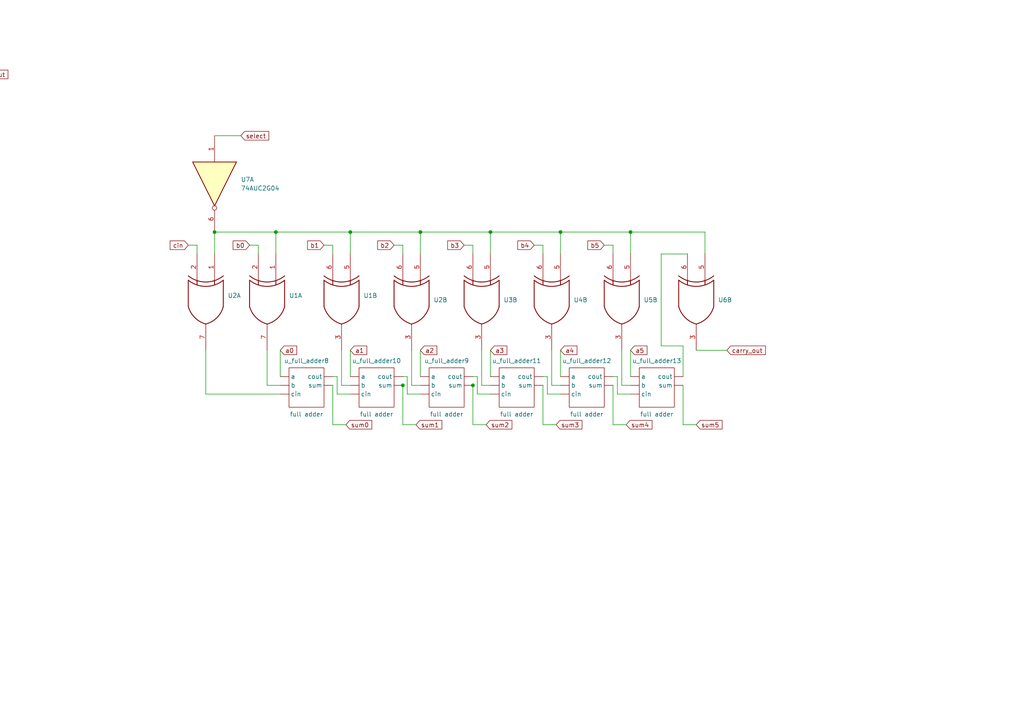
<source format=kicad_sch>
(kicad_sch (version 20250114) (generator "eeschema") (generator_version "9.0")
  (paper "A4")
  (title_block (title "full-adder-8bit"))
  (lib_symbols
    (symbol "74xGxx:74AUC2G04"
      (property "Reference" "U" (at -2.54 3.81 0))
      (property "Value" "74AUC2G04" (at 0 -3.81 0))
      (symbol "74AUC2G04_1_1"
        (polyline (pts (xy -7.62 6.35) (xy -7.62 -6.35) (xy 5.08 0) (xy -7.62 6.35)) (stroke (width 0.254)) (fill (type background)))
        (pin input line (at -15.24 0 0) (length 7.62) (name "~") (number "1"))
        (pin output inverted (at 12.7 0 180) (length 7.62) (name "~") (number "6"))
      )
      (symbol "74AUC2G04_2_1"
        (polyline (pts (xy -7.62 6.35) (xy -7.62 -6.35) (xy 5.08 0) (xy -7.62 6.35)) (stroke (width 0.254)) (fill (type background)))
        (pin input line (at -15.24 0 0) (length 7.62) (name "~") (number "3"))
        (pin output inverted (at 12.7 0 180) (length 7.62) (name "~") (number "4"))
      )
      (symbol "74AUC2G04_3_0"
        (rectangle (start -5.08 -5.08) (end 5.08 5.08) (stroke (width 0.254)) (fill (type background)))
      )
      (symbol "74AUC2G04_3_1"
        (pin power_in line (at 0 10.16 270) (length 5.08) (name "VCC") (number "5"))
        (pin power_in line (at 0 -10.16 90) (length 5.08) (name "GND") (number "2"))
      )
    )
    (symbol "74xGxx:74AUC2G86"
      (property "Reference" "U" (at -2.54 3.81 0))
      (property "Value" "74AUC2G86" (at 0 -3.81 0))
      (symbol "74AUC2G86_1_1"
        (arc (start -8.89 5.08) (mid -7.108 0) (end -8.89 -5.08) (stroke (width 0.254)))
        (arc (start -7.62 5.08) (mid -5.838 0) (end -7.62 -5.08) (stroke (width 0.254)))
        (polyline (pts (xy -7.62 2.54) (xy -6.35 2.54)) (stroke (width 0.254)) (fill (type background)))
        (polyline (pts (xy -7.62 -2.54) (xy -6.35 -2.54)) (stroke (width 0.254)) (fill (type background)))
        (arc (start 5.08 0) (mid 3.202 -3.202) (end 0 -5.08) (stroke (width 0.254)))
        (arc (start 0 5.08) (mid 3.2271 3.2271) (end 5.08 0) (stroke (width 0.254)))
        (polyline (pts (xy 0 5.08) (xy -7.62 5.08)) (stroke (width 0.254)) (fill (type background)))
        (polyline (pts (xy 0 -5.08) (xy -7.62 -5.08)) (stroke (width 0.254)) (fill (type background)))
        (pin input line (at -15.24 2.54 0) (length 7.62) (name "~") (number "1"))
        (pin input line (at -15.24 -2.54 0) (length 7.62) (name "~") (number "2"))
        (pin output line (at 12.7 0 180) (length 7.62) (name "~") (number "7"))
      )
      (symbol "74AUC2G86_2_1"
        (arc (start -8.89 5.08) (mid -7.108 0) (end -8.89 -5.08) (stroke (width 0.254)))
        (arc (start -7.62 5.08) (mid -5.838 0) (end -7.62 -5.08) (stroke (width 0.254)))
        (polyline (pts (xy -7.62 2.54) (xy -6.35 2.54)) (stroke (width 0.254)) (fill (type background)))
        (polyline (pts (xy -7.62 -2.54) (xy -6.35 -2.54)) (stroke (width 0.254)) (fill (type background)))
        (arc (start 5.08 0) (mid 3.202 -3.202) (end 0 -5.08) (stroke (width 0.254)))
        (arc (start 0 5.08) (mid 3.2271 3.2271) (end 5.08 0) (stroke (width 0.254)))
        (polyline (pts (xy 0 5.08) (xy -7.62 5.08)) (stroke (width 0.254)) (fill (type background)))
        (polyline (pts (xy 0 -5.08) (xy -7.62 -5.08)) (stroke (width 0.254)) (fill (type background)))
        (pin input line (at -15.24 2.54 0) (length 7.62) (name "~") (number "5"))
        (pin input line (at -15.24 -2.54 0) (length 7.62) (name "~") (number "6"))
        (pin output line (at 12.7 0 180) (length 7.62) (name "~") (number "3"))
      )
      (symbol "74AUC2G86_3_0"
        (rectangle (start -5.08 -5.08) (end 5.08 5.08) (stroke (width 0.254)) (fill (type background)))
      )
      (symbol "74AUC2G86_3_1"
        (pin power_in line (at 0 10.16 270) (length 5.08) (name "VCC") (number "8"))
        (pin power_in line (at 0 -10.16 90) (length 5.08) (name "GND") (number "4"))
      )
    )
    (symbol "adder:full_adder"
      (property "Reference" "u_full_adder" (at 0 1.524 0))
      (symbol "full_adder_0_1"
        (rectangle (start -5.08 0) (end 5.08 -11.43))
      )
      (symbol "full_adder_1_1"
        (pin input line (at -7.62 -2.54 0) (length 2.54) (name "a") (number ""))
        (pin input line (at -7.62 -5.08 0) (length 2.54) (name "b") (number ""))
        (pin input line (at -7.62 -7.62 0) (length 2.54) (name "cin") (number ""))
        (pin output line (at 7.62 -2.54 180) (length 2.54) (name "cout") (number ""))
        (pin output line (at 7.62 -5.08 180) (length 2.54) (name "sum") (number ""))
      )
    )
    (symbol "full_adder_1"
      (property "Reference" "u_full_adder" (at 0 1.524 0))
      (symbol "full_adder_1_0_1"
        (rectangle (start -5.08 0) (end 5.08 -11.43))
      )
      (symbol "full_adder_1_1_1"
        (pin input line (at -7.62 -2.54 0) (length 2.54) (name "a") (number ""))
        (pin input line (at -7.62 -5.08 0) (length 2.54) (name "b") (number ""))
        (pin input line (at -7.62 -7.62 0) (length 2.54) (name "cin") (number ""))
        (pin output line (at 7.62 -2.54 180) (length 2.54) (name "cout") (number ""))
        (pin output line (at 7.62 -5.08 180) (length 2.54) (name "sum") (number ""))
      )
    )
    (symbol "full_adder_10"
      (property "Reference" "u_full_adder" (at 0 1.524 0))
      (symbol "full_adder_10_0_1"
        (rectangle (start -5.08 0) (end 5.08 -11.43))
      )
      (symbol "full_adder_10_1_1"
        (pin input line (at -7.62 -2.54 0) (length 2.54) (name "a") (number ""))
        (pin input line (at -7.62 -5.08 0) (length 2.54) (name "b") (number ""))
        (pin input line (at -7.62 -7.62 0) (length 2.54) (name "cin") (number ""))
        (pin output line (at 7.62 -2.54 180) (length 2.54) (name "cout") (number ""))
        (pin output line (at 7.62 -5.08 180) (length 2.54) (name "sum") (number ""))
      )
    )
    (symbol "full_adder_11"
      (property "Reference" "u_full_adder" (at 0 1.524 0))
      (symbol "full_adder_11_0_1"
        (rectangle (start -5.08 0) (end 5.08 -11.43))
      )
      (symbol "full_adder_11_1_1"
        (pin input line (at -7.62 -2.54 0) (length 2.54) (name "a") (number ""))
        (pin input line (at -7.62 -5.08 0) (length 2.54) (name "b") (number ""))
        (pin input line (at -7.62 -7.62 0) (length 2.54) (name "cin") (number ""))
        (pin output line (at 7.62 -2.54 180) (length 2.54) (name "cout") (number ""))
        (pin output line (at 7.62 -5.08 180) (length 2.54) (name "sum") (number ""))
      )
    )
    (symbol "full_adder_12"
      (property "Reference" "u_full_adder" (at 0 1.524 0))
      (symbol "full_adder_12_0_1"
        (rectangle (start -5.08 0) (end 5.08 -11.43))
      )
      (symbol "full_adder_12_1_1"
        (pin input line (at -7.62 -2.54 0) (length 2.54) (name "a") (number ""))
        (pin input line (at -7.62 -5.08 0) (length 2.54) (name "b") (number ""))
        (pin input line (at -7.62 -7.62 0) (length 2.54) (name "cin") (number ""))
        (pin output line (at 7.62 -2.54 180) (length 2.54) (name "cout") (number ""))
        (pin output line (at 7.62 -5.08 180) (length 2.54) (name "sum") (number ""))
      )
    )
    (symbol "full_adder_13"
      (property "Reference" "u_full_adder" (at 0 1.524 0))
      (symbol "full_adder_13_0_1"
        (rectangle (start -5.08 0) (end 5.08 -11.43))
      )
      (symbol "full_adder_13_1_1"
        (pin input line (at -7.62 -2.54 0) (length 2.54) (name "a") (number ""))
        (pin input line (at -7.62 -5.08 0) (length 2.54) (name "b") (number ""))
        (pin input line (at -7.62 -7.62 0) (length 2.54) (name "cin") (number ""))
        (pin output line (at 7.62 -2.54 180) (length 2.54) (name "cout") (number ""))
        (pin output line (at 7.62 -5.08 180) (length 2.54) (name "sum") (number ""))
      )
    )
    (symbol "full_adder_2"
      (property "Reference" "u_full_adder" (at 0 1.524 0))
      (symbol "full_adder_2_0_1"
        (rectangle (start -5.08 0) (end 5.08 -11.43))
      )
      (symbol "full_adder_2_1_1"
        (pin input line (at -7.62 -2.54 0) (length 2.54) (name "a") (number ""))
        (pin input line (at -7.62 -5.08 0) (length 2.54) (name "b") (number ""))
        (pin input line (at -7.62 -7.62 0) (length 2.54) (name "cin") (number ""))
        (pin output line (at 7.62 -2.54 180) (length 2.54) (name "cout") (number ""))
        (pin output line (at 7.62 -5.08 180) (length 2.54) (name "sum") (number ""))
      )
    )
    (symbol "full_adder_3"
      (property "Reference" "u_full_adder" (at 0 1.524 0))
      (symbol "full_adder_3_0_1"
        (rectangle (start -5.08 0) (end 5.08 -11.43))
      )
      (symbol "full_adder_3_1_1"
        (pin input line (at -7.62 -2.54 0) (length 2.54) (name "a") (number ""))
        (pin input line (at -7.62 -5.08 0) (length 2.54) (name "b") (number ""))
        (pin input line (at -7.62 -7.62 0) (length 2.54) (name "cin") (number ""))
        (pin output line (at 7.62 -2.54 180) (length 2.54) (name "cout") (number ""))
        (pin output line (at 7.62 -5.08 180) (length 2.54) (name "sum") (number ""))
      )
    )
    (symbol "full_adder_4"
      (property "Reference" "u_full_adder" (at 0 1.524 0))
      (symbol "full_adder_4_0_1"
        (rectangle (start -5.08 0) (end 5.08 -11.43))
      )
      (symbol "full_adder_4_1_1"
        (pin input line (at -7.62 -2.54 0) (length 2.54) (name "a") (number ""))
        (pin input line (at -7.62 -5.08 0) (length 2.54) (name "b") (number ""))
        (pin input line (at -7.62 -7.62 0) (length 2.54) (name "cin") (number ""))
        (pin output line (at 7.62 -2.54 180) (length 2.54) (name "cout") (number ""))
        (pin output line (at 7.62 -5.08 180) (length 2.54) (name "sum") (number ""))
      )
    )
    (symbol "full_adder_5"
      (property "Reference" "u_full_adder" (at 0 1.524 0))
      (symbol "full_adder_5_0_1"
        (rectangle (start -5.08 0) (end 5.08 -11.43))
      )
      (symbol "full_adder_5_1_1"
        (pin input line (at -7.62 -2.54 0) (length 2.54) (name "a") (number ""))
        (pin input line (at -7.62 -5.08 0) (length 2.54) (name "b") (number ""))
        (pin input line (at -7.62 -7.62 0) (length 2.54) (name "cin") (number ""))
        (pin output line (at 7.62 -2.54 180) (length 2.54) (name "cout") (number ""))
        (pin output line (at 7.62 -5.08 180) (length 2.54) (name "sum") (number ""))
      )
    )
    (symbol "full_adder_6"
      (property "Reference" "u_full_adder" (at 0 1.524 0))
      (symbol "full_adder_6_0_1"
        (rectangle (start -5.08 0) (end 5.08 -11.43))
      )
      (symbol "full_adder_6_1_1"
        (pin input line (at -7.62 -2.54 0) (length 2.54) (name "a") (number ""))
        (pin input line (at -7.62 -5.08 0) (length 2.54) (name "b") (number ""))
        (pin input line (at -7.62 -7.62 0) (length 2.54) (name "cin") (number ""))
        (pin output line (at 7.62 -2.54 180) (length 2.54) (name "cout") (number ""))
        (pin output line (at 7.62 -5.08 180) (length 2.54) (name "sum") (number ""))
      )
    )
    (symbol "full_adder_7"
      (property "Reference" "u_full_adder" (at 0 1.524 0))
      (symbol "full_adder_7_0_1"
        (rectangle (start -5.08 0) (end 5.08 -11.43))
      )
      (symbol "full_adder_7_1_1"
        (pin input line (at -7.62 -2.54 0) (length 2.54) (name "a") (number ""))
        (pin input line (at -7.62 -5.08 0) (length 2.54) (name "b") (number ""))
        (pin input line (at -7.62 -7.62 0) (length 2.54) (name "cin") (number ""))
        (pin output line (at 7.62 -2.54 180) (length 2.54) (name "cout") (number ""))
        (pin output line (at 7.62 -5.08 180) (length 2.54) (name "sum") (number ""))
      )
    )
    (symbol "full_adder_8"
      (property "Reference" "u_full_adder" (at 0 1.524 0))
      (symbol "full_adder_8_0_1"
        (rectangle (start -5.08 0) (end 5.08 -11.43))
      )
      (symbol "full_adder_8_1_1"
        (pin input line (at -7.62 -2.54 0) (length 2.54) (name "a") (number ""))
        (pin input line (at -7.62 -5.08 0) (length 2.54) (name "b") (number ""))
        (pin input line (at -7.62 -7.62 0) (length 2.54) (name "cin") (number ""))
        (pin output line (at 7.62 -2.54 180) (length 2.54) (name "cout") (number ""))
        (pin output line (at 7.62 -5.08 180) (length 2.54) (name "sum") (number ""))
      )
    )
    (symbol "full_adder_9"
      (property "Reference" "u_full_adder" (at 0 1.524 0))
      (symbol "full_adder_9_0_1"
        (rectangle (start -5.08 0) (end 5.08 -11.43))
      )
      (symbol "full_adder_9_1_1"
        (pin input line (at -7.62 -2.54 0) (length 2.54) (name "a") (number ""))
        (pin input line (at -7.62 -5.08 0) (length 2.54) (name "b") (number ""))
        (pin input line (at -7.62 -7.62 0) (length 2.54) (name "cin") (number ""))
        (pin output line (at 7.62 -2.54 180) (length 2.54) (name "cout") (number ""))
        (pin output line (at 7.62 -5.08 180) (length 2.54) (name "sum") (number ""))
      )
    )
  )
  (rectangle (start -87.63 -52.07) (end -15.24 35.56))
  (text "8bit Adder" (at -52.578 -53.34 0) (effects (font (size 1.27 1.27))))
  (junction (at -54.61 3.81))
  (junction (at -82.55 -29.21))
  (junction (at -19.05 -17.78))
  (junction (at -48.26 1.27))
  (junction (at 62.23 67.31))
  (junction (at -80.01 1.27))
  (junction (at -82.55 16.51))
  (junction (at -82.55 -17.78))
  (junction (at 182.88 67.31))
  (junction (at -54.61 13.97))
  (junction (at -45.72 -17.78))
  (junction (at 116.84 111.76))
  (junction (at -80.01 -41.91))
  (junction (at -54.61 -17.78))
  (junction (at -48.26 -20.32))
  (junction (at 137.16 111.76))
  (junction (at 142.24 67.31))
  (junction (at -19.05 3.81))
  (junction (at 121.92 67.31))
  (junction (at -80.01 -20.32))
  (junction (at -82.55 3.81))
  (junction (at 101.6 67.31))
  (junction (at 162.56 67.31))
  (junction (at -45.72 16.51))
  (junction (at -48.26 -29.21))
  (junction (at -19.05 -39.37))
  (junction (at -45.72 3.81))
  (junction (at -19.05 13.97))
  (junction (at 80.01 67.31))
  (junction (at -80.01 -29.21))
  (wire (pts (xy -48.26 -20.32) (xy -41.91 -20.32)))
  (wire (pts (xy 116.84 111.76) (xy 116.84 123.1765)))
  (wire (pts (xy -80.01 -20.32) (xy -72.39 -20.32)))
  (wire (pts (xy 93.98 71.12) (xy 96.52 71.12)))
  (wire (pts (xy -95.25 -36.83) (xy -72.39 -36.83)))
  (wire (pts (xy 62.23 67.31) (xy 80.01 67.31)))
  (wire (pts (xy 201.93 101.6) (xy 210.82 101.6)))
  (wire (pts (xy 57.15 73.66) (xy 57.15 71.12)))
  (wire (pts (xy 137.16 109.22) (xy 138.43 109.22)))
  (wire (pts (xy 182.88 67.31) (xy 204.47 67.31)))
  (wire (pts (xy 138.43 109.22) (xy 138.43 114.3)))
  (wire (pts (xy -80.01 1.27) (xy -72.39 1.27)))
  (wire (pts (xy 101.6 67.31) (xy 101.6 73.66)))
  (wire (pts (xy -57.15 3.81) (xy -54.61 3.81)))
  (wire (pts (xy 99.06 101.6) (xy 99.06 111.76)))
  (wire (pts (xy 157.48 111.76) (xy 157.48 123.19)))
  (wire (pts (xy 118.11 109.22) (xy 118.11 114.3)))
  (wire (pts (xy 177.8 111.76) (xy 177.8 123.19)))
  (wire (pts (xy -57.15 -17.78) (xy -54.61 -17.78)))
  (wire (pts (xy 80.01 73.66) (xy 80.01 67.31)))
  (wire (pts (xy 182.88 67.31) (xy 182.88 73.66)))
  (wire (pts (xy -19.05 24.13) (xy -19.05 13.97)) (stroke (width 0.254)))
  (wire (pts (xy -26.67 24.13) (xy -19.05 24.13)))
  (wire (pts (xy -95.25 -41.91) (xy -80.01 -41.91)) (stroke (width 0.254)))
  (wire (pts (xy 198.12 100.33) (xy 191.77 100.33)))
  (wire (pts (xy -45.72 -39.37) (xy -41.91 -39.37)))
  (wire (pts (xy -54.61 13.97) (xy -54.61 25.4)) (stroke (width 0.254)))
  (wire (pts (xy 204.47 67.31) (xy 204.47 73.66)))
  (wire (pts (xy 182.88 101.6) (xy 182.88 109.22)))
  (wire (pts (xy -80.01 -41.91) (xy -80.01 -29.21)) (stroke (width 0.254)))
  (wire (pts (xy -19.05 -39.37) (xy -26.67 -39.37)))
  (wire (pts (xy -82.55 -39.37) (xy -72.39 -39.37)))
  (wire (pts (xy -82.55 3.81) (xy -72.39 3.81)))
  (wire (pts (xy 158.75 109.22) (xy 158.75 114.3)))
  (wire (pts (xy -95.25 -29.21) (xy -82.55 -29.21)) (stroke (width 0.254)))
  (wire (pts (xy -26.67 3.81) (xy -19.05 3.81)))
  (wire (pts (xy -26.67 21.59) (xy -8.89 21.59)))
  (wire (pts (xy -82.55 -39.37) (xy -82.55 -29.21)) (stroke (width 0.254)))
  (wire (pts (xy -54.61 13.97) (xy -19.05 13.97)) (stroke (width 0.254)))
  (wire (pts (xy 160.02 111.76) (xy 162.56 111.76)))
  (wire (pts (xy 119.38 101.6) (xy 119.38 111.76)))
  (wire (pts (xy 179.07 109.22) (xy 179.07 114.3)))
  (wire (pts (xy -45.72 16.51) (xy -45.72 24.13)) (stroke (width 0.254)))
  (wire (pts (xy 119.38 111.76) (xy 121.92 111.76)))
  (wire (pts (xy 101.6 101.6) (xy 101.6 109.22)))
  (wire (pts (xy 81.28 114.3) (xy 59.69 114.3)))
  (wire (pts (xy 80.01 67.31) (xy 101.6 67.31)))
  (wire (pts (xy -24.13 -41.91) (xy -24.13 -49.53)))
  (wire (pts (xy -77.47 -15.24) (xy -72.39 -15.24)))
  (wire (pts (xy 97.79 114.3) (xy 101.6 114.3)))
  (wire (pts (xy 116.84 123.1765) (xy 120.65 123.1765)))
  (wire (pts (xy 72.39 71.12) (xy 74.93 71.12)))
  (wire (pts (xy -45.72 24.13) (xy -41.91 24.13)))
  (wire (pts (xy 160.02 101.6) (xy 160.02 111.76)))
  (wire (pts (xy -57.15 1.27) (xy -50.8 1.27)))
  (wire (pts (xy 96.52 73.66) (xy 96.52 71.12)))
  (wire (pts (xy 116.84 73.66) (xy 116.84 71.12)))
  (wire (pts (xy 142.24 101.6) (xy 142.24 109.22)))
  (wire (pts (xy 62.23 73.66) (xy 62.23 67.31)))
  (wire (pts (xy -82.55 16.51) (xy -82.55 25.4)) (stroke (width 0.254)))
  (wire (pts (xy -54.61 3.81) (xy -54.61 -17.78)) (stroke (width 0.254)))
  (wire (pts (xy 121.92 67.31) (xy 121.92 73.66)))
  (wire (pts (xy 118.11 114.3) (xy 121.92 114.3)))
  (wire (pts (xy 96.52 109.22) (xy 97.79 109.22)))
  (wire (pts (xy -49.53 22.86) (xy -49.53 26.67)))
  (wire (pts (xy 101.6 67.31) (xy 121.92 67.31)))
  (wire (pts (xy -48.26 -29.21) (xy -48.26 -20.32)) (stroke (width 0.254)))
  (wire (pts (xy -80.01 -20.32) (xy -80.01 1.27)) (stroke (width 0.254)))
  (wire (pts (xy -73.66 -6.35) (xy -73.66 27.94)))
  (wire (pts (xy -22.86 1.27) (xy -22.86 -6.35)))
  (wire (pts (xy 114.3 71.12) (xy 116.84 71.12)))
  (wire (pts (xy 96.52 111.76) (xy 96.52 123.19)))
  (wire (pts (xy 137.16 123.1765) (xy 140.97 123.1765)))
  (wire (pts (xy -57.15 -20.32) (xy -50.8 -20.32)))
  (wire (pts (xy 191.77 100.33) (xy 191.77 73.66)))
  (wire (pts (xy 97.79 109.22) (xy 97.79 114.3)))
  (wire (pts (xy 180.34 111.76) (xy 182.88 111.76)))
  (wire (pts (xy -45.72 -17.78) (xy -41.91 -17.78)))
  (wire (pts (xy -22.86 -6.35) (xy -73.66 -6.35)))
  (wire (pts (xy 158.75 114.3) (xy 162.56 114.3)))
  (wire (pts (xy -57.15 22.86) (xy -49.53 22.86)))
  (wire (pts (xy -26.67 -20.32) (xy -24.13 -20.32)))
  (wire (pts (xy 162.56 67.31) (xy 182.88 67.31)))
  (wire (pts (xy 138.43 114.3) (xy 142.24 114.3)))
  (wire (pts (xy 137.16 73.66) (xy 137.16 71.12)))
  (wire (pts (xy 99.06 111.76) (xy 101.6 111.76)))
  (wire (pts (xy -57.15 -41.91) (xy -50.8 -41.91)))
  (wire (pts (xy -80.01 -29.21) (xy -48.26 -29.21)) (stroke (width 0.254)))
  (wire (pts (xy -50.8 -20.32) (xy -50.8 -15.24)))
  (wire (pts (xy -26.67 -17.78) (xy -19.05 -17.78)))
  (wire (pts (xy -48.26 1.27) (xy -41.91 1.27)))
  (wire (pts (xy 137.16 111.76) (xy 137.16 123.1765)))
  (wire (pts (xy 139.7 101.6) (xy 139.7 111.76)))
  (wire (pts (xy 54.61 71.12) (xy 57.15 71.12)))
  (wire (pts (xy -80.01 1.27) (xy -80.01 22.86)) (stroke (width 0.254)))
  (wire (pts (xy -73.66 27.94) (xy -72.39 27.94)))
  (wire (pts (xy 134.62 71.12) (xy 137.16 71.12)))
  (wire (pts (xy -76.2 -27.94) (xy -76.2 6.35)))
  (wire (pts (xy -77.47 -49.53) (xy -77.47 -15.24)))
  (wire (pts (xy -82.55 3.81) (xy -82.55 16.51)) (stroke (width 0.254)))
  (wire (pts (xy -49.53 26.67) (xy -41.91 26.67)))
  (wire (pts (xy -48.26 -20.32) (xy -48.26 1.27)) (stroke (width 0.254)))
  (wire (pts (xy -54.61 3.81) (xy -54.61 13.97)) (stroke (width 0.254)))
  (wire (pts (xy 142.24 67.31) (xy 142.24 73.66)))
  (wire (pts (xy 96.52 123.19) (xy 100.33 123.19)))
  (wire (pts (xy 62.23 39.37) (xy 69.85 39.37)))
  (wire (pts (xy 116.84 111.7465) (xy 116.84 111.76)))
  (wire (pts (xy -80.01 -29.21) (xy -80.01 -20.32)) (stroke (width 0.254)))
  (wire (pts (xy 162.56 101.6) (xy 162.56 109.22)))
  (wire (pts (xy -82.55 -17.78) (xy -82.55 3.81)) (stroke (width 0.254)))
  (wire (pts (xy 180.34 101.6) (xy 180.34 111.76)))
  (wire (pts (xy 77.47 101.6) (xy 77.47 111.76)))
  (wire (pts (xy 198.12 109.22) (xy 198.12 100.33)))
  (wire (pts (xy -82.55 -17.78) (xy -72.39 -17.78)))
  (wire (pts (xy -54.61 -39.37) (xy -57.15 -39.37)))
  (wire (pts (xy -19.05 -17.78) (xy -19.05 -39.37)) (stroke (width 0.254)))
  (wire (pts (xy 179.07 114.3) (xy 182.88 114.3)))
  (wire (pts (xy 137.16 111.7465) (xy 137.16 111.76)))
  (wire (pts (xy 177.8 73.66) (xy 177.8 71.12)))
  (wire (pts (xy -48.26 1.27) (xy -48.26 21.59)) (stroke (width 0.254)))
  (wire (pts (xy 59.69 114.3) (xy 59.69 101.6)))
  (wire (pts (xy 177.8 109.22) (xy 179.07 109.22)))
  (wire (pts (xy -82.55 16.51) (xy -45.72 16.51)) (stroke (width 0.254)))
  (wire (pts (xy -24.13 -20.32) (xy -24.13 -27.94)))
  (wire (pts (xy -48.26 -41.91) (xy -41.91 -41.91)))
  (wire (pts (xy -19.05 3.81) (xy -19.05 -17.78)) (stroke (width 0.254)))
  (wire (pts (xy 191.77 73.66) (xy 199.39 73.66)))
  (wire (pts (xy 157.48 73.66) (xy 157.48 71.12)))
  (wire (pts (xy -50.8 -36.83) (xy -41.91 -36.83)))
  (wire (pts (xy -82.55 -29.21) (xy -82.55 -17.78)) (stroke (width 0.254)))
  (wire (pts (xy -24.13 -27.94) (xy -76.2 -27.94)))
  (wire (pts (xy 154.94 71.12) (xy 157.48 71.12)))
  (wire (pts (xy 77.47 111.76) (xy 81.28 111.76)))
  (wire (pts (xy -19.05 13.97) (xy -19.05 3.81)) (stroke (width 0.254)))
  (wire (pts (xy -50.8 -41.91) (xy -50.8 -36.83)))
  (wire (pts (xy -50.8 -15.24) (xy -41.91 -15.24)))
  (wire (pts (xy -76.2 6.35) (xy -72.39 6.35)))
  (wire (pts (xy 175.26 71.12) (xy 177.8 71.12)))
  (wire (pts (xy 177.8 123.19) (xy 181.61 123.19)))
  (wire (pts (xy -26.67 -41.91) (xy -24.13 -41.91)))
  (wire (pts (xy 162.56 67.31) (xy 162.56 73.66)))
  (wire (pts (xy -72.39 -41.91) (xy -80.01 -41.91)))
  (wire (pts (xy -50.8 6.35) (xy -41.91 6.35)))
  (wire (pts (xy -24.13 -49.53) (xy -77.47 -49.53)))
  (wire (pts (xy -48.26 21.59) (xy -41.91 21.59)))
  (wire (pts (xy 198.12 123.19) (xy 201.93 123.19)))
  (wire (pts (xy -80.01 22.86) (xy -72.39 22.86)))
  (wire (pts (xy -45.72 -17.78) (xy -45.72 3.81)) (stroke (width 0.254)))
  (wire (pts (xy 121.92 67.31) (xy 142.24 67.31)))
  (wire (pts (xy 157.48 123.19) (xy 161.29 123.19)))
  (wire (pts (xy -54.61 -17.78) (xy -54.61 -39.37)) (stroke (width 0.254)))
  (wire (pts (xy 198.12 111.76) (xy 198.12 123.19)))
  (wire (pts (xy -82.55 25.4) (xy -72.39 25.4)))
  (wire (pts (xy -26.67 1.27) (xy -22.86 1.27)))
  (wire (pts (xy -54.61 25.4) (xy -57.15 25.4)))
  (wire (pts (xy -45.72 -39.37) (xy -45.72 -17.78)) (stroke (width 0.254)))
  (wire (pts (xy -19.05 -39.37) (xy -10.16 -39.37)) (stroke (width 0.254)))
  (wire (pts (xy -48.26 -29.21) (xy -48.26 -41.91)) (stroke (width 0.254)))
  (wire (pts (xy 157.48 109.22) (xy 158.75 109.22)))
  (wire (pts (xy -45.72 3.81) (xy -45.72 16.51)) (stroke (width 0.254)))
  (wire (pts (xy 142.24 67.31) (xy 162.56 67.31)))
  (wire (pts (xy 81.28 101.6) (xy 81.28 109.22)))
  (wire (pts (xy 116.84 109.22) (xy 118.11 109.22)))
  (wire (pts (xy -45.72 3.81) (xy -41.91 3.81)))
  (wire (pts (xy 139.7 111.76) (xy 142.24 111.76)))
  (wire (pts (xy 74.93 73.66) (xy 74.93 71.12)))
  (wire (pts (xy 121.92 101.6) (xy 121.92 109.22)))
  (wire (pts (xy -50.8 1.27) (xy -50.8 6.35)))
  (global_label "cin" (shape input) (at 54.61 71.12 180) (property "Intersheetrefs" "${INTERSHEET_REFS}" (effects (hide yes))))
  (global_label "b1" (shape input) (at 93.98 71.12 180) (property "Intersheetrefs" "${INTERSHEET_REFS}" (effects (hide yes))))
  (global_label "sum 7:0" (shape input) (at -10.16 -39.37 0) (property "Intersheetrefs" "${INTERSHEET_REFS}" (effects (hide yes))))
  (global_label "carry_out" (shape input) (at 210.82 101.6 0) (property "Intersheetrefs" "${INTERSHEET_REFS}" (effects (hide yes))))
  (global_label "b0" (shape input) (at 72.39 71.12 180) (property "Intersheetrefs" "${INTERSHEET_REFS}" (effects (hide yes))))
  (global_label "b4" (shape input) (at 154.94 71.12 180) (property "Intersheetrefs" "${INTERSHEET_REFS}" (effects (hide yes))))
  (global_label "sum5" (shape input) (at 201.93 123.19 0) (property "Intersheetrefs" "${INTERSHEET_REFS}" (effects (hide yes))))
  (global_label "a1" (shape input) (at 101.6 101.6 0) (property "Intersheetrefs" "${INTERSHEET_REFS}" (effects (hide yes))))
  (global_label "select" (shape input) (at 69.85 39.37 0) (property "Intersheetrefs" "${INTERSHEET_REFS}" (effects (hide yes))))
  (global_label "carry_out" (shape input) (at -8.89 21.59 0) (property "Intersheetrefs" "${INTERSHEET_REFS}" (effects (hide yes))))
  (global_label "b2" (shape input) (at 114.3 71.12 180) (property "Intersheetrefs" "${INTERSHEET_REFS}" (effects (hide yes))))
  (global_label "a3" (shape input) (at 142.24 101.6 0) (property "Intersheetrefs" "${INTERSHEET_REFS}" (effects (hide yes))))
  (global_label "sum3" (shape input) (at 161.29 123.19 0) (property "Intersheetrefs" "${INTERSHEET_REFS}" (effects (hide yes))))
  (global_label "a 7:0" (shape input) (at -95.25 -41.91 180) (property "Intersheetrefs" "${INTERSHEET_REFS}" (effects (hide yes))))
  (global_label "b 7:0" (shape input) (at -95.25 -29.21 180) (property "Intersheetrefs" "${INTERSHEET_REFS}" (effects (hide yes))))
  (global_label "a2" (shape input) (at 121.92 101.6 0) (property "Intersheetrefs" "${INTERSHEET_REFS}" (effects (hide yes))))
  (global_label "a5" (shape input) (at 182.88 101.6 0) (property "Intersheetrefs" "${INTERSHEET_REFS}" (effects (hide yes))))
  (global_label "sum4" (shape input) (at 181.61 123.19 0) (property "Intersheetrefs" "${INTERSHEET_REFS}" (effects (hide yes))))
  (global_label "b3" (shape input) (at 134.62 71.12 180) (property "Intersheetrefs" "${INTERSHEET_REFS}" (effects (hide yes))))
  (global_label "a0" (shape input) (at 81.28 101.6 0) (property "Intersheetrefs" "${INTERSHEET_REFS}" (effects (hide yes))))
  (global_label "a4" (shape input) (at 162.56 101.6 0) (property "Intersheetrefs" "${INTERSHEET_REFS}" (effects (hide yes))))
  (global_label "b5" (shape input) (at 175.26 71.12 180) (property "Intersheetrefs" "${INTERSHEET_REFS}" (effects (hide yes))))
  (global_label "sum1" (shape input) (at 120.65 123.19 0) (property "Intersheetrefs" "${INTERSHEET_REFS}" (effects (hide yes))))
  (global_label "sum2" (shape input) (at 140.97 123.19 0) (property "Intersheetrefs" "${INTERSHEET_REFS}" (effects (hide yes))))
  (global_label "cin" (shape input) (at -95.25 -36.83 180) (property "Intersheetrefs" "${INTERSHEET_REFS}" (effects (hide yes))))
  (global_label "sum0" (shape input) (at 100.33 123.19 0) (property "Intersheetrefs" "${INTERSHEET_REFS}" (effects (hide yes))))
  (symbol (lib_name "full_adder_7") (lib_id "adder:full_adder") (at -64.77 -44.45 0) (unit 1)
    (property "Reference" "u_full_adder0" (at -64.77 -46.482 0))
    (property "Value" "full_adder" (at -64.77 -31.496 0))
  )
  (symbol (lib_id "74xGxx:74AUC2G04") (at 62.23 54.61 270) (unit 1)
    (property "Reference" "U7" (at 69.85 52.0699 90) (effects (justify left)))
    (property "Value" "74AUC2G04" (at 69.85 54.6099 90) (effects (justify left)))
    (property "Datasheet" "http://www.ti.com/lit/sg/scyt129e/scyt129e.pdf" (effects (hide yes)))
    (property "Description" "Dual NOT Gate, Low-Voltage CMOS" (effects (hide yes)))
  )
  (symbol (lib_name "full_adder_1") (lib_id "adder:full_adder") (at -64.77 -22.86 0) (unit 1)
    (property "Reference" "u_full_adder2" (at -64.77 -24.892 0))
    (property "Value" "full_adder" (at -64.77 -9.906 0))
  )
  (symbol (lib_name "full_adder_10") (lib_id "adder:full_adder") (at 109.22 106.68 0) (unit 1)
    (property "Reference" "u_full_adder10" (at 109.22 104.648 0))
    (property "Value" "full adder" (at 109.22 120.142 0))
  )
  (symbol (lib_name "full_adder_8") (lib_id "adder:full_adder") (at 88.9 106.68 0) (unit 1)
    (property "Reference" "u_full_adder8" (at 88.9 104.648 0))
    (property "Value" "full adder" (at 88.9 120.142 0))
  )
  (symbol (lib_id "74xGxx:74AUC2G86") (at 119.38 88.9 270) (unit 2)
    (property "Reference" "U2" (at 125.73 86.9949 90) (effects (justify left)))
    (property "Value" "74AUC2G86" (effects (hide yes)))
    (property "Datasheet" "http://www.ti.com/lit/sg/scyt129e/scyt129e.pdf" (effects (hide yes)))
    (property "Description" "Dual XOR Gate, Low-Voltage CMOS" (effects (hide yes)))
  )
  (symbol (lib_id "74xGxx:74AUC2G86") (at 160.02 88.9 270) (unit 2)
    (property "Reference" "U4" (at 166.37 86.9949 90) (effects (justify left)))
    (property "Value" "74AUC2G86" (effects (hide yes)))
    (property "Datasheet" "http://www.ti.com/lit/sg/scyt129e/scyt129e.pdf" (effects (hide yes)))
    (property "Description" "Dual XOR Gate, Low-Voltage CMOS" (effects (hide yes)))
  )
  (symbol (lib_id "74xGxx:74AUC2G86") (at 59.69 88.9 270) (unit 1)
    (property "Reference" "U2" (at 66.04 85.7249 90) (effects (justify left)))
    (property "Value" "74AUC2G86" (effects (hide yes)))
    (property "Datasheet" "http://www.ti.com/lit/sg/scyt129e/scyt129e.pdf" (effects (hide yes)))
    (property "Description" "Dual XOR Gate, Low-Voltage CMOS" (effects (hide yes)))
  )
  (symbol (lib_name "full_adder_12") (lib_id "adder:full_adder") (at 170.18 106.68 0) (unit 1)
    (property "Reference" "u_full_adder12" (at 170.18 104.648 0))
    (property "Value" "full adder" (at 170.18 120.142 0))
  )
  (symbol (lib_id "adder:full_adder") (at -34.29 -44.45 0) (unit 1)
    (property "Reference" "u_full_adder1" (at -34.29 -46.482 0))
    (property "Value" "full_adder" (at -34.29 -31.496 0))
  )
  (symbol (lib_name "full_adder_2") (lib_id "adder:full_adder") (at -34.29 -22.86 0) (unit 1)
    (property "Reference" "u_full_adder3" (at -34.29 -24.892 0))
    (property "Value" "full_adder" (at -34.29 -9.906 0))
  )
  (symbol (lib_name "full_adder_6") (lib_id "adder:full_adder") (at -34.29 19.05 0) (unit 1)
    (property "Reference" "u_full_adder7" (at -34.29 17.018 0))
    (property "Value" "full_adder" (at -34.29 32.004 0))
  )
  (symbol (lib_name "full_adder_3") (lib_id "adder:full_adder") (at -64.77 -1.27 0) (unit 1)
    (property "Reference" "u_full_adder4" (at -64.77 -3.302 0))
    (property "Value" "full_adder" (at -64.77 11.684 0))
  )
  (symbol (lib_name "full_adder_13") (lib_id "adder:full_adder") (at 190.5 106.68 0) (unit 1)
    (property "Reference" "u_full_adder13" (at 190.5 104.648 0))
    (property "Value" "full adder" (at 190.5 120.142 0))
  )
  (symbol (lib_name "full_adder_11") (lib_id "adder:full_adder") (at 149.86 106.68 0) (unit 1)
    (property "Reference" "u_full_adder11" (at 149.86 104.648 0))
    (property "Value" "full adder" (at 149.86 120.142 0))
  )
  (symbol (lib_name "full_adder_4") (lib_id "adder:full_adder") (at -34.29 -1.27 0) (unit 1)
    (property "Reference" "u_full_adder5" (at -34.29 -3.302 0))
    (property "Value" "full_adder" (at -34.29 11.684 0))
  )
  (symbol (lib_id "74xGxx:74AUC2G86") (at 201.93 88.9 270) (unit 2)
    (property "Reference" "U6" (at 208.28 86.9949 90) (effects (justify left)))
    (property "Value" "74AUC2G86" (effects (hide yes)))
    (property "Datasheet" "http://www.ti.com/lit/sg/scyt129e/scyt129e.pdf" (effects (hide yes)))
    (property "Description" "Dual XOR Gate, Low-Voltage CMOS" (effects (hide yes)))
  )
  (symbol (lib_name "full_adder_9") (lib_id "adder:full_adder") (at 129.54 106.68 0) (unit 1)
    (property "Reference" "u_full_adder9" (at 129.54 104.648 0))
    (property "Value" "full adder" (at 129.54 120.142 0))
  )
  (symbol (lib_id "74xGxx:74AUC2G86") (at 139.7 88.9 270) (unit 2)
    (property "Reference" "U3" (at 146.05 86.9949 90) (effects (justify left)))
    (property "Value" "74AUC2G86" (effects (hide yes)))
    (property "Datasheet" "http://www.ti.com/lit/sg/scyt129e/scyt129e.pdf" (effects (hide yes)))
    (property "Description" "Dual XOR Gate, Low-Voltage CMOS" (effects (hide yes)))
  )
  (symbol (lib_id "74xGxx:74AUC2G86") (at 77.47 88.9 270) (unit 1)
    (property "Reference" "U1" (at 83.82 85.7249 90) (effects (justify left)))
    (property "Value" "74AUC2G86" (effects (hide yes)))
    (property "Datasheet" "http://www.ti.com/lit/sg/scyt129e/scyt129e.pdf" (effects (hide yes)))
    (property "Description" "Dual XOR Gate, Low-Voltage CMOS" (effects (hide yes)))
  )
  (symbol (lib_name "full_adder_5") (lib_id "adder:full_adder") (at -64.77 20.32 0) (unit 1)
    (property "Reference" "u_full_adder6" (at -64.77 18.288 0))
    (property "Value" "full_adder" (at -64.77 33.274 0))
  )
  (symbol (lib_id "74xGxx:74AUC2G86") (at 99.06 88.9 270) (unit 2)
    (property "Reference" "U1" (at 105.41 85.7249 90) (effects (justify left)))
    (property "Value" "74AUC2G86" (effects (hide yes)))
    (property "Datasheet" "http://www.ti.com/lit/sg/scyt129e/scyt129e.pdf" (effects (hide yes)))
    (property "Description" "Dual XOR Gate, Low-Voltage CMOS" (effects (hide yes)))
  )
  (symbol (lib_id "74xGxx:74AUC2G86") (at 180.34 88.9 270) (unit 2)
    (property "Reference" "U5" (at 186.69 86.9949 90) (effects (justify left)))
    (property "Value" "74AUC2G86" (effects (hide yes)))
    (property "Datasheet" "http://www.ti.com/lit/sg/scyt129e/scyt129e.pdf" (effects (hide yes)))
    (property "Description" "Dual XOR Gate, Low-Voltage CMOS" (effects (hide yes)))
  )
)
</source>
